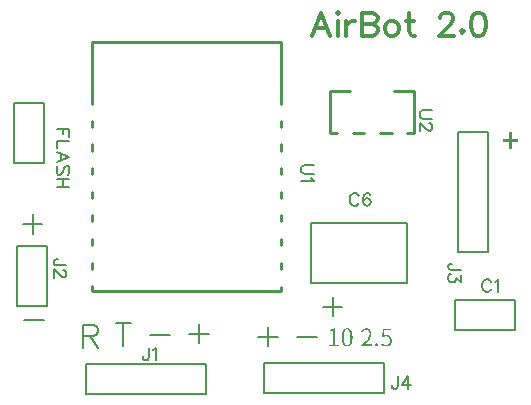
<source format=gto>
G04 Layer: TopSilkLayer*
G04 EasyEDA v6.4.23, 2021-09-04T13:09:10+03:00*
G04 0f8cf0c998764ff9a69fd8a390fcb069,e35e2ce9ff7a437f96666ecb9555ba6e,10*
G04 Gerber Generator version 0.2*
G04 Scale: 100 percent, Rotated: No, Reflected: No *
G04 Dimensions in millimeters *
G04 leading zeros omitted , absolute positions ,4 integer and 5 decimal *
%FSLAX45Y45*%
%MOMM*%

%ADD10C,0.2540*%
%ADD21C,0.2032*%
%ADD22C,0.2030*%
%ADD23C,0.2007*%
%ADD24C,0.1778*%
%ADD25C,0.3500*%
%ADD26C,0.1524*%

%LPD*%
G36*
X4994910Y3728720D02*
G01*
X4994910Y3667506D01*
X4938268Y3667506D01*
X4938268Y3650234D01*
X4994910Y3650234D01*
X4994910Y3588765D01*
X5013706Y3588765D01*
X5013706Y3650234D01*
X5070348Y3650234D01*
X5070348Y3667506D01*
X5013706Y3667506D01*
X5013706Y3728720D01*
G37*
G36*
X3785108Y2069084D02*
G01*
X3778504Y2068677D01*
X3772306Y2067509D01*
X3766565Y2065629D01*
X3761130Y2063089D01*
X3755999Y2059939D01*
X3751122Y2056231D01*
X3746449Y2051964D01*
X3741928Y2047239D01*
X3751579Y2038096D01*
X3754932Y2041702D01*
X3758437Y2045004D01*
X3762146Y2048002D01*
X3766007Y2050592D01*
X3770071Y2052675D01*
X3774338Y2054301D01*
X3778758Y2055266D01*
X3783329Y2055622D01*
X3790086Y2055012D01*
X3795877Y2053285D01*
X3800754Y2050542D01*
X3804665Y2046833D01*
X3807714Y2042312D01*
X3809847Y2037080D01*
X3811117Y2031238D01*
X3811524Y2024888D01*
X3811371Y2021027D01*
X3810101Y2013000D01*
X3807510Y2004669D01*
X3803548Y1995982D01*
X3801059Y1991461D01*
X3795064Y1982165D01*
X3787597Y1972360D01*
X3778707Y1962048D01*
X3768293Y1951177D01*
X3756406Y1939696D01*
X3742944Y1927606D01*
X3742944Y1917700D01*
X3834892Y1917700D01*
X3834892Y1931924D01*
X3786428Y1931822D01*
X3767836Y1930654D01*
X3778402Y1940814D01*
X3788105Y1950821D01*
X3796893Y1960575D01*
X3804716Y1970176D01*
X3811524Y1979675D01*
X3814521Y1984349D01*
X3819651Y1993646D01*
X3823563Y2002891D01*
X3826256Y2012035D01*
X3827068Y2016556D01*
X3827627Y2021128D01*
X3827779Y2025650D01*
X3827424Y2032050D01*
X3826459Y2038045D01*
X3824833Y2043582D01*
X3822598Y2048662D01*
X3819753Y2053234D01*
X3816350Y2057247D01*
X3812387Y2060752D01*
X3807917Y2063699D01*
X3802938Y2066036D01*
X3797452Y2067712D01*
X3791508Y2068728D01*
G37*
G36*
X3922522Y2066543D02*
G01*
X3917950Y1997456D01*
X3927094Y1991614D01*
X3933139Y1995474D01*
X3938981Y1998268D01*
X3945178Y1999945D01*
X3952240Y2000504D01*
X3959148Y1999894D01*
X3965397Y1998116D01*
X3970832Y1995170D01*
X3975455Y1991156D01*
X3979214Y1986127D01*
X3981958Y1980133D01*
X3983685Y1973224D01*
X3984244Y1965452D01*
X3983583Y1957476D01*
X3981602Y1950313D01*
X3978554Y1944065D01*
X3974541Y1938782D01*
X3969664Y1934565D01*
X3964076Y1931466D01*
X3957980Y1929536D01*
X3951478Y1928875D01*
X3945128Y1929231D01*
X3939336Y1930298D01*
X3934104Y1931924D01*
X3929379Y1934006D01*
X3925062Y1936546D01*
X3921099Y1939391D01*
X3917492Y1942439D01*
X3914140Y1945639D01*
X3906012Y1934718D01*
X3909923Y1931009D01*
X3914241Y1927504D01*
X3919067Y1924151D01*
X3924452Y1921205D01*
X3930396Y1918716D01*
X3937101Y1916836D01*
X3944518Y1915617D01*
X3952748Y1915160D01*
X3958844Y1915515D01*
X3964838Y1916684D01*
X3970629Y1918512D01*
X3976166Y1921103D01*
X3981297Y1924405D01*
X3985971Y1928368D01*
X3990187Y1933041D01*
X3993794Y1938324D01*
X3996740Y1944319D01*
X3998925Y1950923D01*
X4000296Y1958136D01*
X4000754Y1965960D01*
X4000347Y1973783D01*
X3999179Y1980844D01*
X3997248Y1987194D01*
X3994708Y1992833D01*
X3991508Y1997760D01*
X3987749Y2001977D01*
X3983482Y2005533D01*
X3978757Y2008428D01*
X3973626Y2010664D01*
X3968140Y2012238D01*
X3962349Y2013153D01*
X3956304Y2013457D01*
X3949700Y2013000D01*
X3943807Y2011730D01*
X3938371Y2009698D01*
X3933190Y2007107D01*
X3937254Y2052320D01*
X3993642Y2052320D01*
X3993642Y2066543D01*
G37*
G36*
X3872484Y1941575D02*
G01*
X3867810Y1940610D01*
X3863898Y1937918D01*
X3861257Y1933651D01*
X3860292Y1928114D01*
X3861257Y1922780D01*
X3863898Y1918665D01*
X3867810Y1916074D01*
X3872484Y1915160D01*
X3877462Y1916074D01*
X3881526Y1918665D01*
X3884218Y1922780D01*
X3885184Y1928114D01*
X3884218Y1933651D01*
X3881475Y1937867D01*
X3877462Y1940610D01*
G37*
G36*
X3622040Y2069592D02*
G01*
X3617569Y2069338D01*
X3613150Y2068575D01*
X3608832Y2067306D01*
X3604615Y2065528D01*
X3600551Y2063140D01*
X3596690Y2060143D01*
X3593033Y2056587D01*
X3589578Y2052370D01*
X3586429Y2047493D01*
X3583635Y2041956D01*
X3581146Y2035708D01*
X3579012Y2028748D01*
X3577336Y2021078D01*
X3576065Y2012645D01*
X3575304Y2003399D01*
X3575050Y1993392D01*
X3594862Y1993392D01*
X3595115Y2005939D01*
X3595878Y2016912D01*
X3597097Y2026412D01*
X3598722Y2034539D01*
X3600754Y2041398D01*
X3603091Y2047036D01*
X3605784Y2051608D01*
X3608679Y2055114D01*
X3611778Y2057704D01*
X3615080Y2059432D01*
X3618534Y2060397D01*
X3622040Y2060702D01*
X3625443Y2060397D01*
X3628745Y2059432D01*
X3631946Y2057704D01*
X3634994Y2055114D01*
X3637787Y2051608D01*
X3640378Y2047036D01*
X3642664Y2041398D01*
X3644646Y2034539D01*
X3646271Y2026412D01*
X3647440Y2016912D01*
X3648201Y2005939D01*
X3648456Y1993392D01*
X3648201Y1980387D01*
X3647440Y1968957D01*
X3646271Y1959102D01*
X3644646Y1950618D01*
X3642664Y1943455D01*
X3640378Y1937562D01*
X3637787Y1932838D01*
X3634994Y1929180D01*
X3631946Y1926437D01*
X3628745Y1924659D01*
X3625443Y1923592D01*
X3622040Y1923288D01*
X3619398Y1923440D01*
X3616807Y1923999D01*
X3614267Y1925015D01*
X3611778Y1926437D01*
X3609441Y1928368D01*
X3607206Y1930806D01*
X3605072Y1933854D01*
X3603142Y1937461D01*
X3601313Y1941779D01*
X3599687Y1946757D01*
X3598316Y1952498D01*
X3597097Y1958949D01*
X3596132Y1966264D01*
X3595471Y1974392D01*
X3595014Y1983435D01*
X3594862Y1993392D01*
X3575050Y1993392D01*
X3575304Y1983028D01*
X3576065Y1973478D01*
X3577336Y1964740D01*
X3579012Y1956816D01*
X3581146Y1949653D01*
X3583635Y1943201D01*
X3586429Y1937512D01*
X3589578Y1932533D01*
X3593033Y1928215D01*
X3596690Y1924557D01*
X3600551Y1921510D01*
X3604615Y1919071D01*
X3608832Y1917192D01*
X3613150Y1915922D01*
X3617569Y1915160D01*
X3622040Y1914906D01*
X3626408Y1915160D01*
X3630726Y1915922D01*
X3634994Y1917192D01*
X3639108Y1919071D01*
X3643122Y1921510D01*
X3646932Y1924557D01*
X3650538Y1928215D01*
X3653942Y1932533D01*
X3656990Y1937512D01*
X3659784Y1943201D01*
X3662273Y1949653D01*
X3664305Y1956816D01*
X3665982Y1964740D01*
X3667251Y1973478D01*
X3668014Y1983028D01*
X3668268Y1993392D01*
X3668014Y2003399D01*
X3667251Y2012645D01*
X3665982Y2021078D01*
X3664305Y2028748D01*
X3662273Y2035708D01*
X3659784Y2041956D01*
X3656990Y2047493D01*
X3653942Y2052370D01*
X3650538Y2056587D01*
X3646932Y2060143D01*
X3643122Y2063140D01*
X3639108Y2065528D01*
X3634994Y2067306D01*
X3630726Y2068575D01*
X3626408Y2069338D01*
G37*
G36*
X3519170Y2068830D02*
G01*
X3473450Y2056892D01*
X3473450Y2049272D01*
X3503168Y2052066D01*
X3503117Y1955749D01*
X3502660Y1929130D01*
X3471164Y1924557D01*
X3471164Y1917700D01*
X3553206Y1917700D01*
X3553206Y1924557D01*
X3521964Y1929130D01*
X3521456Y1964689D01*
X3521456Y2034539D01*
X3522218Y2066543D01*
G37*
D21*
X889000Y2138934D02*
G01*
X1055370Y2138934D01*
D25*
X3401313Y4738878D02*
G01*
X3327400Y4545076D01*
X3401313Y4738878D02*
G01*
X3475227Y4545076D01*
X3355086Y4609592D02*
G01*
X3447541Y4609592D01*
X3536188Y4738878D02*
G01*
X3545331Y4729734D01*
X3554729Y4738878D01*
X3545331Y4748276D01*
X3536188Y4738878D01*
X3545331Y4674362D02*
G01*
X3545331Y4545076D01*
X3615690Y4674362D02*
G01*
X3615690Y4545076D01*
X3615690Y4618989D02*
G01*
X3624834Y4646676D01*
X3643375Y4664963D01*
X3661663Y4674362D01*
X3689350Y4674362D01*
X3750309Y4738878D02*
G01*
X3750309Y4545076D01*
X3750309Y4738878D02*
G01*
X3833622Y4738878D01*
X3861308Y4729734D01*
X3870452Y4720589D01*
X3879850Y4702047D01*
X3879850Y4683505D01*
X3870452Y4664963D01*
X3861308Y4655820D01*
X3833622Y4646676D01*
X3750309Y4646676D02*
G01*
X3833622Y4646676D01*
X3861308Y4637278D01*
X3870452Y4628134D01*
X3879850Y4609592D01*
X3879850Y4581905D01*
X3870452Y4563363D01*
X3861308Y4554220D01*
X3833622Y4545076D01*
X3750309Y4545076D01*
X3986784Y4674362D02*
G01*
X3968495Y4664963D01*
X3949954Y4646676D01*
X3940809Y4618989D01*
X3940809Y4600447D01*
X3949954Y4572762D01*
X3968495Y4554220D01*
X3986784Y4545076D01*
X4014470Y4545076D01*
X4033011Y4554220D01*
X4051554Y4572762D01*
X4060697Y4600447D01*
X4060697Y4618989D01*
X4051554Y4646676D01*
X4033011Y4664963D01*
X4014470Y4674362D01*
X3986784Y4674362D01*
X4149343Y4738878D02*
G01*
X4149343Y4581905D01*
X4158741Y4554220D01*
X4177029Y4545076D01*
X4195572Y4545076D01*
X4121658Y4674362D02*
G01*
X4186427Y4674362D01*
X4408170Y4692650D02*
G01*
X4408170Y4702047D01*
X4417313Y4720589D01*
X4426458Y4729734D01*
X4445000Y4738878D01*
X4481829Y4738878D01*
X4500372Y4729734D01*
X4509770Y4720589D01*
X4518913Y4702047D01*
X4518913Y4683505D01*
X4509770Y4664963D01*
X4491227Y4637278D01*
X4398772Y4545076D01*
X4528058Y4545076D01*
X4598415Y4591050D02*
G01*
X4589018Y4581905D01*
X4598415Y4572762D01*
X4607559Y4581905D01*
X4598415Y4591050D01*
X4723891Y4738878D02*
G01*
X4696206Y4729734D01*
X4677663Y4702047D01*
X4668520Y4655820D01*
X4668520Y4628134D01*
X4677663Y4581905D01*
X4696206Y4554220D01*
X4723891Y4545076D01*
X4742434Y4545076D01*
X4770120Y4554220D01*
X4788661Y4581905D01*
X4797806Y4628134D01*
X4797806Y4655820D01*
X4788661Y4702047D01*
X4770120Y4729734D01*
X4742434Y4738878D01*
X4723891Y4738878D01*
D21*
X1728470Y2109978D02*
G01*
X1728470Y1916176D01*
X1663700Y2109978D02*
G01*
X1792986Y2109978D01*
X1384300Y2097278D02*
G01*
X1384300Y1903476D01*
X1384300Y2097278D02*
G01*
X1467357Y2097278D01*
X1495044Y2088134D01*
X1504442Y2078989D01*
X1513586Y2060447D01*
X1513586Y2041905D01*
X1504442Y2023363D01*
X1495044Y2014220D01*
X1467357Y2005076D01*
X1384300Y2005076D01*
X1449070Y2005076D02*
G01*
X1513586Y1903476D01*
X3499358Y2336292D02*
G01*
X3499358Y2170176D01*
X3416300Y2253234D02*
G01*
X3582670Y2253234D01*
X1955800Y2011934D02*
G01*
X2122170Y2011934D01*
X2369058Y2107692D02*
G01*
X2369058Y1941576D01*
X2286000Y2024634D02*
G01*
X2452370Y2024634D01*
X959357Y3034792D02*
G01*
X959357Y2868676D01*
X876300Y2951734D02*
G01*
X1042670Y2951734D01*
X2953258Y2082292D02*
G01*
X2953258Y1916176D01*
X2870200Y1999234D02*
G01*
X3036570Y1999234D01*
X3200400Y1999234D02*
G01*
X3366770Y1999234D01*
D26*
X4052570Y1664715D02*
G01*
X4052570Y1581657D01*
X4047236Y1565910D01*
X4042156Y1560829D01*
X4031741Y1555750D01*
X4021327Y1555750D01*
X4010913Y1560829D01*
X4005579Y1565910D01*
X4000500Y1581657D01*
X4000500Y1592071D01*
X4138675Y1664715D02*
G01*
X4086859Y1592071D01*
X4164584Y1592071D01*
X4138675Y1664715D02*
G01*
X4138675Y1555750D01*
X3339084Y3449320D02*
G01*
X3261106Y3449320D01*
X3245611Y3444239D01*
X3235197Y3433826D01*
X3230118Y3418078D01*
X3230118Y3407663D01*
X3235197Y3392170D01*
X3245611Y3381755D01*
X3261106Y3376676D01*
X3339084Y3376676D01*
X3318256Y3342386D02*
G01*
X3323590Y3331971D01*
X3339084Y3316223D01*
X3230118Y3316223D01*
X4585715Y2564129D02*
G01*
X4502658Y2564129D01*
X4486909Y2569463D01*
X4481829Y2574544D01*
X4476750Y2584957D01*
X4476750Y2595371D01*
X4481829Y2605786D01*
X4486909Y2611120D01*
X4502658Y2616200D01*
X4513072Y2616200D01*
X4585715Y2519679D02*
G01*
X4585715Y2462529D01*
X4544059Y2493518D01*
X4544059Y2478023D01*
X4538979Y2467610D01*
X4533900Y2462529D01*
X4518152Y2457195D01*
X4507738Y2457195D01*
X4492243Y2462529D01*
X4481829Y2472689D01*
X4476750Y2488437D01*
X4476750Y2503931D01*
X4481829Y2519679D01*
X4486909Y2524760D01*
X4497324Y2529839D01*
X4843018Y2459228D02*
G01*
X4837684Y2469642D01*
X4827270Y2480055D01*
X4817109Y2485136D01*
X4796281Y2485136D01*
X4785868Y2480055D01*
X4775454Y2469642D01*
X4770120Y2459228D01*
X4765040Y2443479D01*
X4765040Y2417571D01*
X4770120Y2402078D01*
X4775454Y2391663D01*
X4785868Y2381250D01*
X4796281Y2376170D01*
X4817109Y2376170D01*
X4827270Y2381250D01*
X4837684Y2391663D01*
X4843018Y2402078D01*
X4877308Y2464307D02*
G01*
X4887722Y2469642D01*
X4903215Y2485136D01*
X4903215Y2376170D01*
X4344415Y3916679D02*
G01*
X4266438Y3916679D01*
X4250943Y3911600D01*
X4240529Y3901186D01*
X4235450Y3885437D01*
X4235450Y3875023D01*
X4240529Y3859529D01*
X4250943Y3849115D01*
X4266438Y3844036D01*
X4344415Y3844036D01*
X4318508Y3804412D02*
G01*
X4323588Y3804412D01*
X4334002Y3799331D01*
X4339336Y3793997D01*
X4344415Y3783584D01*
X4344415Y3763010D01*
X4339336Y3752595D01*
X4334002Y3747262D01*
X4323588Y3742181D01*
X4313174Y3742181D01*
X4302759Y3747262D01*
X4287265Y3757676D01*
X4235450Y3809745D01*
X4235450Y3736847D01*
X3722877Y3188207D02*
G01*
X3717543Y3198621D01*
X3707129Y3209036D01*
X3696970Y3214115D01*
X3676141Y3214115D01*
X3665727Y3209036D01*
X3655313Y3198621D01*
X3649979Y3188207D01*
X3644900Y3172460D01*
X3644900Y3146552D01*
X3649979Y3131057D01*
X3655313Y3120644D01*
X3665727Y3110229D01*
X3676141Y3105150D01*
X3696970Y3105150D01*
X3707129Y3110229D01*
X3717543Y3120644D01*
X3722877Y3131057D01*
X3819397Y3198621D02*
G01*
X3814318Y3209036D01*
X3798570Y3214115D01*
X3788409Y3214115D01*
X3772661Y3209036D01*
X3762247Y3193287D01*
X3757168Y3167379D01*
X3757168Y3141471D01*
X3762247Y3120644D01*
X3772661Y3110229D01*
X3788409Y3105150D01*
X3793490Y3105150D01*
X3808984Y3110229D01*
X3819397Y3120644D01*
X3824731Y3136137D01*
X3824731Y3141471D01*
X3819397Y3156965D01*
X3808984Y3167379D01*
X3793490Y3172460D01*
X3788409Y3172460D01*
X3772661Y3167379D01*
X3762247Y3156965D01*
X3757168Y3141471D01*
X1271015Y3759200D02*
G01*
X1162050Y3759200D01*
X1271015Y3759200D02*
G01*
X1271015Y3691636D01*
X1219200Y3759200D02*
G01*
X1219200Y3717544D01*
X1271015Y3657345D02*
G01*
X1162050Y3657345D01*
X1162050Y3657345D02*
G01*
X1162050Y3595115D01*
X1271015Y3519170D02*
G01*
X1162050Y3560826D01*
X1271015Y3519170D02*
G01*
X1162050Y3477513D01*
X1198371Y3545078D02*
G01*
X1198371Y3493262D01*
X1255521Y3370579D02*
G01*
X1265936Y3380994D01*
X1271015Y3396487D01*
X1271015Y3417315D01*
X1265936Y3432810D01*
X1255521Y3443223D01*
X1245107Y3443223D01*
X1234694Y3438144D01*
X1229360Y3432810D01*
X1224279Y3422650D01*
X1213865Y3391407D01*
X1208786Y3380994D01*
X1203452Y3375660D01*
X1193037Y3370579D01*
X1177544Y3370579D01*
X1167129Y3380994D01*
X1162050Y3396487D01*
X1162050Y3417315D01*
X1167129Y3432810D01*
X1177544Y3443223D01*
X1271015Y3336289D02*
G01*
X1162050Y3336289D01*
X1271015Y3263645D02*
G01*
X1162050Y3263645D01*
X1219200Y3336289D02*
G01*
X1219200Y3263645D01*
X1245615Y2602229D02*
G01*
X1162557Y2602229D01*
X1146810Y2607563D01*
X1141729Y2612644D01*
X1136650Y2623057D01*
X1136650Y2633471D01*
X1141729Y2643886D01*
X1146810Y2649220D01*
X1162557Y2654300D01*
X1172971Y2654300D01*
X1219707Y2562860D02*
G01*
X1224787Y2562860D01*
X1235202Y2557779D01*
X1240536Y2552445D01*
X1245615Y2542031D01*
X1245615Y2521204D01*
X1240536Y2510789D01*
X1235202Y2505710D01*
X1224787Y2500629D01*
X1214373Y2500629D01*
X1203960Y2505710D01*
X1188465Y2516123D01*
X1136650Y2567939D01*
X1136650Y2495295D01*
X1944370Y1906015D02*
G01*
X1944370Y1822957D01*
X1939036Y1807210D01*
X1933956Y1802129D01*
X1923542Y1797050D01*
X1913128Y1797050D01*
X1902713Y1802129D01*
X1897379Y1807210D01*
X1892300Y1822957D01*
X1892300Y1833371D01*
X1978659Y1885187D02*
G01*
X1988820Y1890521D01*
X2004568Y1906015D01*
X2004568Y1797050D01*
D21*
X3937000Y1778000D02*
G01*
X3937000Y1524000D01*
X2921000Y1524000D01*
X2921000Y1778000D01*
X3111500Y1778000D01*
D22*
X3937000Y1778000D02*
G01*
X3111500Y1778000D01*
D10*
X1458556Y2426855D02*
G01*
X1458556Y2380444D01*
X3058553Y2380444D01*
X3058553Y2420444D01*
X3058553Y3970441D02*
G01*
X3058553Y4490440D01*
X1458556Y4490440D01*
X1458556Y3970441D01*
X3058655Y3826395D02*
G01*
X3058655Y3773309D01*
X3058655Y3625735D02*
G01*
X3058655Y3572649D01*
X3058655Y3425075D02*
G01*
X3058655Y3374529D01*
X3058655Y3226955D02*
G01*
X3058655Y3173869D01*
X3058655Y3026295D02*
G01*
X3058655Y2973209D01*
X3058655Y2825635D02*
G01*
X3058655Y2772549D01*
X3058655Y2624975D02*
G01*
X3058655Y2574429D01*
X1458455Y3826395D02*
G01*
X1458455Y3773309D01*
X1458455Y3625735D02*
G01*
X1458455Y3572649D01*
X1458455Y3425075D02*
G01*
X1458455Y3374529D01*
X1458455Y3226955D02*
G01*
X1458455Y3173869D01*
X1458455Y3026295D02*
G01*
X1458455Y2973209D01*
X1458455Y2825635D02*
G01*
X1458455Y2772549D01*
X1458455Y2624975D02*
G01*
X1458455Y2574429D01*
D21*
X4813300Y2717800D02*
G01*
X4559300Y2717800D01*
X4559300Y3733800D01*
X4813300Y3733800D01*
X4813300Y3543300D01*
D22*
X4813300Y2717800D02*
G01*
X4813300Y3543300D01*
D23*
X5041645Y2311145D02*
G01*
X4533645Y2311145D01*
X4533645Y2057145D01*
X5041645Y2057145D01*
X5041645Y2311145D01*
D10*
X3480401Y4078902D02*
G01*
X3480401Y3718900D01*
X4190398Y4078902D02*
G01*
X4190398Y3718900D01*
X4190398Y4078902D02*
G01*
X4021945Y4078902D01*
X3648854Y4078902D02*
G01*
X3480401Y4078902D01*
X4190398Y3718900D02*
G01*
X4131939Y3718900D01*
X3998861Y3718900D02*
G01*
X3901940Y3718900D01*
X3768859Y3718900D02*
G01*
X3671938Y3718900D01*
X3538860Y3718900D02*
G01*
X3480401Y3718900D01*
D24*
X4127500Y2705100D02*
G01*
X4127500Y2451100D01*
X3314700Y2451100D01*
X3314700Y2959100D01*
X4127500Y2959100D01*
X4127500Y2705100D01*
D22*
X1054100Y3467100D02*
G01*
X1054100Y3784600D01*
D21*
X1054100Y3467100D02*
G01*
X800100Y3467100D01*
X800100Y3975100D01*
X1054100Y3975100D01*
X1054100Y3784600D01*
D22*
X1079500Y2260600D02*
G01*
X1079500Y2578100D01*
D21*
X1079500Y2260600D02*
G01*
X825500Y2260600D01*
X825500Y2768600D01*
X1079500Y2768600D01*
X1079500Y2578100D01*
X2425700Y1765300D02*
G01*
X2425700Y1511300D01*
X1409700Y1511300D01*
X1409700Y1765300D01*
X1600200Y1765300D01*
D22*
X2425700Y1765300D02*
G01*
X1600200Y1765300D01*
M02*

</source>
